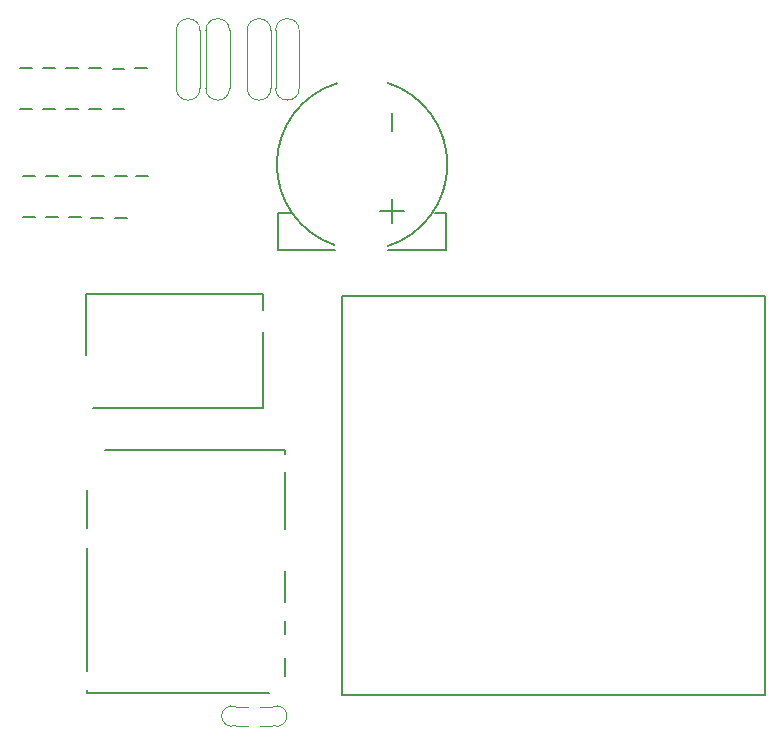
<source format=gbo>
G04 #@! TF.GenerationSoftware,KiCad,Pcbnew,8.0.9-8.0.9-0~ubuntu24.04.1*
G04 #@! TF.CreationDate,2026-02-24T23:03:09+00:00*
G04 #@! TF.ProjectId,PROLT,50524f4c-542e-46b6-9963-61645f706362,rev?*
G04 #@! TF.SameCoordinates,Original*
G04 #@! TF.FileFunction,Legend,Bot*
G04 #@! TF.FilePolarity,Positive*
%FSLAX46Y46*%
G04 Gerber Fmt 4.6, Leading zero omitted, Abs format (unit mm)*
G04 Created by KiCad (PCBNEW 8.0.9-8.0.9-0~ubuntu24.04.1) date 2026-02-24 23:03:09*
%MOMM*%
%LPD*%
G01*
G04 APERTURE LIST*
%ADD10C,0.120000*%
%ADD11C,0.200000*%
%ADD12C,0.099060*%
%ADD13C,0.150012*%
G04 APERTURE END LIST*
D10*
G04 #@! TO.C,F7*
X27400000Y55100000D02*
X27400000Y59950000D01*
X29400000Y55100000D02*
X29400000Y59950000D01*
X27400000Y59950000D02*
G75*
G02*
X29400000Y59950000I1000000J0D01*
G01*
X29400000Y55050000D02*
G75*
G02*
X27400000Y55050000I-1000000J0D01*
G01*
D11*
G04 #@! TO.C,M1*
X33000000Y3700000D02*
X33000000Y37500010D01*
X68799990Y37500010D02*
X33000000Y37500010D01*
X68799990Y3700000D02*
X33000000Y3700000D01*
X68799990Y3700000D02*
X68799990Y37500010D01*
D10*
G04 #@! TO.C,F5*
X21500000Y55100000D02*
X21500000Y59950000D01*
X23500000Y55100000D02*
X23500000Y59950000D01*
X21500000Y59950000D02*
G75*
G02*
X23500000Y59950000I1000000J0D01*
G01*
X23500000Y55050000D02*
G75*
G02*
X21500000Y55050000I-1000000J0D01*
G01*
D12*
G04 #@! TO.C,R16*
X24076000Y1100000D02*
X25092000Y1100000D01*
X25092000Y2700000D02*
X24076000Y2700000D01*
X26108000Y1100000D02*
X27124000Y1100000D01*
X27124000Y2700000D02*
X26108000Y2700000D01*
D10*
X24021000Y1098362D02*
G75*
G02*
X24025000Y2700000I-326000J801638D01*
G01*
X27175000Y2700000D02*
G75*
G02*
X27183602Y1096505I330000J-800000D01*
G01*
G04 #@! TO.C,F4*
X19000000Y55100000D02*
X19000000Y59950000D01*
X21000000Y55100000D02*
X21000000Y59950000D01*
X19000000Y59950000D02*
G75*
G02*
X21000000Y59950000I1000000J0D01*
G01*
X21000000Y55050000D02*
G75*
G02*
X19000000Y55050000I-1000000J0D01*
G01*
G04 #@! TO.C,F6*
X25000000Y55100000D02*
X25000000Y59950000D01*
X27000000Y55100000D02*
X27000000Y59950000D01*
X25000000Y59950000D02*
G75*
G02*
X27000000Y59950000I1000000J0D01*
G01*
X27000000Y55050000D02*
G75*
G02*
X25000000Y55050000I-1000000J0D01*
G01*
D11*
G04 #@! TO.C,M2*
X11362500Y37600000D02*
X11362500Y32500000D01*
X11962500Y28000000D02*
X26362500Y28000000D01*
X26362500Y37600000D02*
X11362500Y37600000D01*
X26362500Y37600000D02*
X26362500Y36300000D01*
X26362500Y28000000D02*
X26362500Y34400000D01*
G04 #@! TO.C,M3*
X11424999Y17824999D02*
X11424999Y21025002D01*
X11424999Y5724999D02*
X11424999Y16125001D01*
X11424999Y3824999D02*
X11424999Y4124999D01*
X11424999Y3824999D02*
X26824999Y3824999D01*
X12924999Y24424997D02*
X28224998Y24424999D01*
X28224996Y17725001D02*
X28224996Y22525001D01*
X28224996Y11524999D02*
X28224996Y14224999D01*
X28224996Y8825001D02*
X28224996Y9925004D01*
X28224996Y5274999D02*
X28225001Y6824999D01*
X28224998Y24125001D02*
X28224998Y24424999D01*
G04 #@! TO.C,C6*
X14600079Y53314993D02*
X13600079Y53314993D01*
G04 #@! TO.C,C11*
X10650015Y53300000D02*
X9650015Y53300000D01*
G04 #@! TO.C,C4*
X9650015Y56730002D02*
X10650015Y56730002D01*
G04 #@! TO.C,C18*
X9900000Y47600000D02*
X10900000Y47600000D01*
G04 #@! TO.C,C25*
X10900000Y44169998D02*
X9900000Y44169998D01*
G04 #@! TO.C,C24*
X8950015Y44169998D02*
X7950015Y44169998D01*
G04 #@! TO.C,C9*
X6750045Y53300000D02*
X5750045Y53300000D01*
G04 #@! TO.C,C12*
X12600000Y53300000D02*
X11600000Y53300000D01*
G04 #@! TO.C,C10*
X8700030Y53300000D02*
X7700030Y53300000D01*
G04 #@! TO.C,C8*
X15500079Y56730002D02*
X16500079Y56730002D01*
G04 #@! TO.C,C16*
X6000030Y47600000D02*
X7000030Y47600000D01*
G04 #@! TO.C,C23*
X7000030Y44169998D02*
X6000030Y44169998D01*
G04 #@! TO.C,C20*
X13799970Y47600000D02*
X14799970Y47600000D01*
D13*
G04 #@! TO.C,BT1*
X27588000Y44535890D02*
X28788302Y44535890D01*
X27588000Y41379864D02*
X27588000Y44535890D01*
X27588000Y41379864D02*
X32468889Y41379864D01*
X36224000Y44688316D02*
X38256000Y44688316D01*
X36931110Y41379864D02*
X41812000Y41379864D01*
X37240000Y51419316D02*
X37240000Y52943316D01*
X37240000Y43672316D02*
X37240000Y45704316D01*
X40870600Y44535890D02*
X41812000Y44535890D01*
X41812000Y41379864D02*
X41812000Y44535890D01*
X32402548Y41784487D02*
G75*
G02*
X32576081Y55471406I2297434J6815431D01*
G01*
X36854049Y55517531D02*
G75*
G02*
X36875107Y41688883I-2154015J-6917620D01*
G01*
D11*
G04 #@! TO.C,C15*
X14800000Y44100000D02*
X13800000Y44100000D01*
G04 #@! TO.C,C22*
X15600000Y47600000D02*
X16600000Y47600000D01*
G04 #@! TO.C,C19*
X11849985Y47600000D02*
X12849985Y47600000D01*
G04 #@! TO.C,C21*
X12800000Y44100000D02*
X11800000Y44100000D01*
G04 #@! TO.C,C2*
X5750045Y56730002D02*
X6750045Y56730002D01*
G04 #@! TO.C,C5*
X11600000Y56730002D02*
X12600000Y56730002D01*
G04 #@! TO.C,C3*
X7700030Y56730002D02*
X8700030Y56730002D01*
G04 #@! TO.C,C7*
X13600079Y56714993D02*
X14600079Y56714993D01*
G04 #@! TO.C,C17*
X7950015Y47600000D02*
X8950015Y47600000D01*
G04 #@! TD*
M02*

</source>
